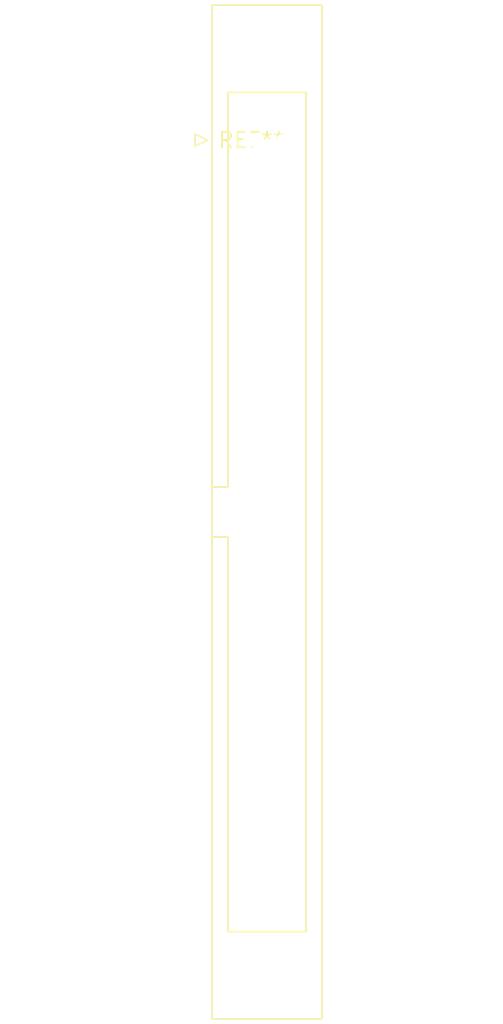
<source format=kicad_pcb>
(kicad_pcb (version 20240108) (generator pcbnew)
  (layers (0 "F.Cu" signal) (31 "B.Cu" signal) (34 "B.Paste" user) (35 "F.Paste" user) (36 "B.SilkS" user "B.Silkscreen") (37 "F.SilkS" user "F.Silkscreen") (38 "B.Mask" user) (39 "F.Mask" user) (44 "Edge.Cuts" user))
  (net 0 "")
  (footprint "IDC-Header_2x25_P2.54mm_Latch_Vertical" (layer "F.Cu") (at 0 0)
    (property "Reference" "REF**")
    (property "Value" "IDC-Header_2x25_P2.54mm_Latch_Vertical")
    (fp_line (start -4.63 -0.5) (end -4.63 0.5) (layer "F.SilkS") (stroke (width 0.12)))
    (fp_line (start -4.63 0.5) (end -3.63 0) (layer "F.SilkS") (stroke (width 0.12)))
    (fp_line (start -3.63 0) (end -4.63 -0.5) (layer "F.SilkS") (stroke (width 0.12)))
    (fp_line (start -3.24 -11.08) (end 5.78 -11.08) (layer "F.SilkS") (stroke (width 0.12)))
    (fp_line (start -3.24 28.43) (end -1.93 28.43) (layer "F.SilkS") (stroke (width 0.12)))
    (fp_line (start -3.24 72.04) (end -3.24 -11.08) (layer "F.SilkS") (stroke (width 0.12)))
    (fp_line (start -1.93 -3.92) (end 4.47 -3.92) (layer "F.SilkS") (stroke (width 0.12)))
    (fp_line (start -1.93 28.43) (end -1.93 -3.92) (layer "F.SilkS") (stroke (width 0.12)))
    (fp_line (start -1.93 32.53) (end -3.24 32.53) (layer "F.SilkS") (stroke (width 0.12)))
    (fp_line (start -1.93 32.53) (end -1.93 32.53) (layer "F.SilkS") (stroke (width 0.12)))
    (fp_line (start -1.93 64.88) (end -1.93 32.53) (layer "F.SilkS") (stroke (width 0.12)))
    (fp_line (start 4.47 -3.92) (end 4.47 64.88) (layer "F.SilkS") (stroke (width 0.12)))
    (fp_line (start 4.47 64.88) (end -1.93 64.88) (layer "F.SilkS") (stroke (width 0.12)))
    (fp_line (start 5.78 -11.08) (end 5.78 72.04) (layer "F.SilkS") (stroke (width 0.12)))
    (fp_line (start 5.78 72.04) (end -3.24 72.04) (layer "F.SilkS") (stroke (width 0.12)))
    (pad "1" thru_hole roundrect (at 0 0) (size 1.7 1.7) (drill 1) (layers *.Cu *.Mask) (remove_unused_layers) (roundrect_rratio 0.147059))
    (pad "2" thru_hole circle (at 2.54 0) (size 1.7 1.7) (drill 1) (layers *.Cu *.Mask) (remove_unused_layers))
    (pad "3" thru_hole circle (at 0 2.54) (size 1.7 1.7) (drill 1) (layers *.Cu *.Mask) (remove_unused_layers))
    (pad "4" thru_hole circle (at 2.54 2.54) (size 1.7 1.7) (drill 1) (layers *.Cu *.Mask) (remove_unused_layers))
    (pad "5" thru_hole circle (at 0 5.08) (size 1.7 1.7) (drill 1) (layers *.Cu *.Mask) (remove_unused_layers))
    (pad "6" thru_hole circle (at 2.54 5.08) (size 1.7 1.7) (drill 1) (layers *.Cu *.Mask) (remove_unused_layers))
    (pad "7" thru_hole circle (at 0 7.62) (size 1.7 1.7) (drill 1) (layers *.Cu *.Mask) (remove_unused_layers))
    (pad "8" thru_hole circle (at 2.54 7.62) (size 1.7 1.7) (drill 1) (layers *.Cu *.Mask) (remove_unused_layers))
    (pad "9" thru_hole circle (at 0 10.16) (size 1.7 1.7) (drill 1) (layers *.Cu *.Mask) (remove_unused_layers))
    (pad "10" thru_hole circle (at 2.54 10.16) (size 1.7 1.7) (drill 1) (layers *.Cu *.Mask) (remove_unused_layers))
    (pad "11" thru_hole circle (at 0 12.7) (size 1.7 1.7) (drill 1) (layers *.Cu *.Mask) (remove_unused_layers))
    (pad "12" thru_hole circle (at 2.54 12.7) (size 1.7 1.7) (drill 1) (layers *.Cu *.Mask) (remove_unused_layers))
    (pad "13" thru_hole circle (at 0 15.24) (size 1.7 1.7) (drill 1) (layers *.Cu *.Mask) (remove_unused_layers))
    (pad "14" thru_hole circle (at 2.54 15.24) (size 1.7 1.7) (drill 1) (layers *.Cu *.Mask) (remove_unused_layers))
    (pad "15" thru_hole circle (at 0 17.78) (size 1.7 1.7) (drill 1) (layers *.Cu *.Mask) (remove_unused_layers))
    (pad "16" thru_hole circle (at 2.54 17.78) (size 1.7 1.7) (drill 1) (layers *.Cu *.Mask) (remove_unused_layers))
    (pad "17" thru_hole circle (at 0 20.32) (size 1.7 1.7) (drill 1) (layers *.Cu *.Mask) (remove_unused_layers))
    (pad "18" thru_hole circle (at 2.54 20.32) (size 1.7 1.7) (drill 1) (layers *.Cu *.Mask) (remove_unused_layers))
    (pad "19" thru_hole circle (at 0 22.86) (size 1.7 1.7) (drill 1) (layers *.Cu *.Mask) (remove_unused_layers))
    (pad "20" thru_hole circle (at 2.54 22.86) (size 1.7 1.7) (drill 1) (layers *.Cu *.Mask) (remove_unused_layers))
    (pad "21" thru_hole circle (at 0 25.4) (size 1.7 1.7) (drill 1) (layers *.Cu *.Mask) (remove_unused_layers))
    (pad "22" thru_hole circle (at 2.54 25.4) (size 1.7 1.7) (drill 1) (layers *.Cu *.Mask) (remove_unused_layers))
    (pad "23" thru_hole circle (at 0 27.94) (size 1.7 1.7) (drill 1) (layers *.Cu *.Mask) (remove_unused_layers))
    (pad "24" thru_hole circle (at 2.54 27.94) (size 1.7 1.7) (drill 1) (layers *.Cu *.Mask) (remove_unused_layers))
    (pad "25" thru_hole circle (at 0 30.48) (size 1.7 1.7) (drill 1) (layers *.Cu *.Mask) (remove_unused_layers))
    (pad "26" thru_hole circle (at 2.54 30.48) (size 1.7 1.7) (drill 1) (layers *.Cu *.Mask) (remove_unused_layers))
    (pad "27" thru_hole circle (at 0 33.02) (size 1.7 1.7) (drill 1) (layers *.Cu *.Mask) (remove_unused_layers))
    (pad "28" thru_hole circle (at 2.54 33.02) (size 1.7 1.7) (drill 1) (layers *.Cu *.Mask) (remove_unused_layers))
    (pad "29" thru_hole circle (at 0 35.56) (size 1.7 1.7) (drill 1) (layers *.Cu *.Mask) (remove_unused_layers))
    (pad "30" thru_hole circle (at 2.54 35.56) (size 1.7 1.7) (drill 1) (layers *.Cu *.Mask) (remove_unused_layers))
    (pad "31" thru_hole circle (at 0 38.1) (size 1.7 1.7) (drill 1) (layers *.Cu *.Mask) (remove_unused_layers))
    (pad "32" thru_hole circle (at 2.54 38.1) (size 1.7 1.7) (drill 1) (layers *.Cu *.Mask) (remove_unused_layers))
    (pad "33" thru_hole circle (at 0 40.64) (size 1.7 1.7) (drill 1) (layers *.Cu *.Mask) (remove_unused_layers))
    (pad "34" thru_hole circle (at 2.54 40.64) (size 1.7 1.7) (drill 1) (layers *.Cu *.Mask) (remove_unused_layers))
    (pad "35" thru_hole circle (at 0 43.18) (size 1.7 1.7) (drill 1) (layers *.Cu *.Mask) (remove_unused_layers))
    (pad "36" thru_hole circle (at 2.54 43.18) (size 1.7 1.7) (drill 1) (layers *.Cu *.Mask) (remove_unused_layers))
    (pad "37" thru_hole circle (at 0 45.72) (size 1.7 1.7) (drill 1) (layers *.Cu *.Mask) (remove_unused_layers))
    (pad "38" thru_hole circle (at 2.54 45.72) (size 1.7 1.7) (drill 1) (layers *.Cu *.Mask) (remove_unused_layers))
    (pad "39" thru_hole circle (at 0 48.26) (size 1.7 1.7) (drill 1) (layers *.Cu *.Mask) (remove_unused_layers))
    (pad "40" thru_hole circle (at 2.54 48.26) (size 1.7 1.7) (drill 1) (layers *.Cu *.Mask) (remove_unused_layers))
    (pad "41" thru_hole circle (at 0 50.8) (size 1.7 1.7) (drill 1) (layers *.Cu *.Mask) (remove_unused_layers))
    (pad "42" thru_hole circle (at 2.54 50.8) (size 1.7 1.7) (drill 1) (layers *.Cu *.Mask) (remove_unused_layers))
    (pad "43" thru_hole circle (at 0 53.34) (size 1.7 1.7) (drill 1) (layers *.Cu *.Mask) (remove_unused_layers))
    (pad "44" thru_hole circle (at 2.54 53.34) (size 1.7 1.7) (drill 1) (layers *.Cu *.Mask) (remove_unused_layers))
    (pad "45" thru_hole circle (at 0 55.88) (size 1.7 1.7) (drill 1) (layers *.Cu *.Mask) (remove_unused_layers))
    (pad "46" thru_hole circle (at 2.54 55.88) (size 1.7 1.7) (drill 1) (layers *.Cu *.Mask) (remove_unused_layers))
    (pad "47" thru_hole circle (at 0 58.42) (size 1.7 1.7) (drill 1) (layers *.Cu *.Mask) (remove_unused_layers))
    (pad "48" thru_hole circle (at 2.54 58.42) (size 1.7 1.7) (drill 1) (layers *.Cu *.Mask) (remove_unused_layers))
    (pad "49" thru_hole circle (at 0 60.96) (size 1.7 1.7) (drill 1) (layers *.Cu *.Mask) (remove_unused_layers))
    (pad "50" thru_hole circle (at 2.54 60.96) (size 1.7 1.7) (drill 1) (layers *.Cu *.Mask) (remove_unused_layers))
  )
)
</source>
